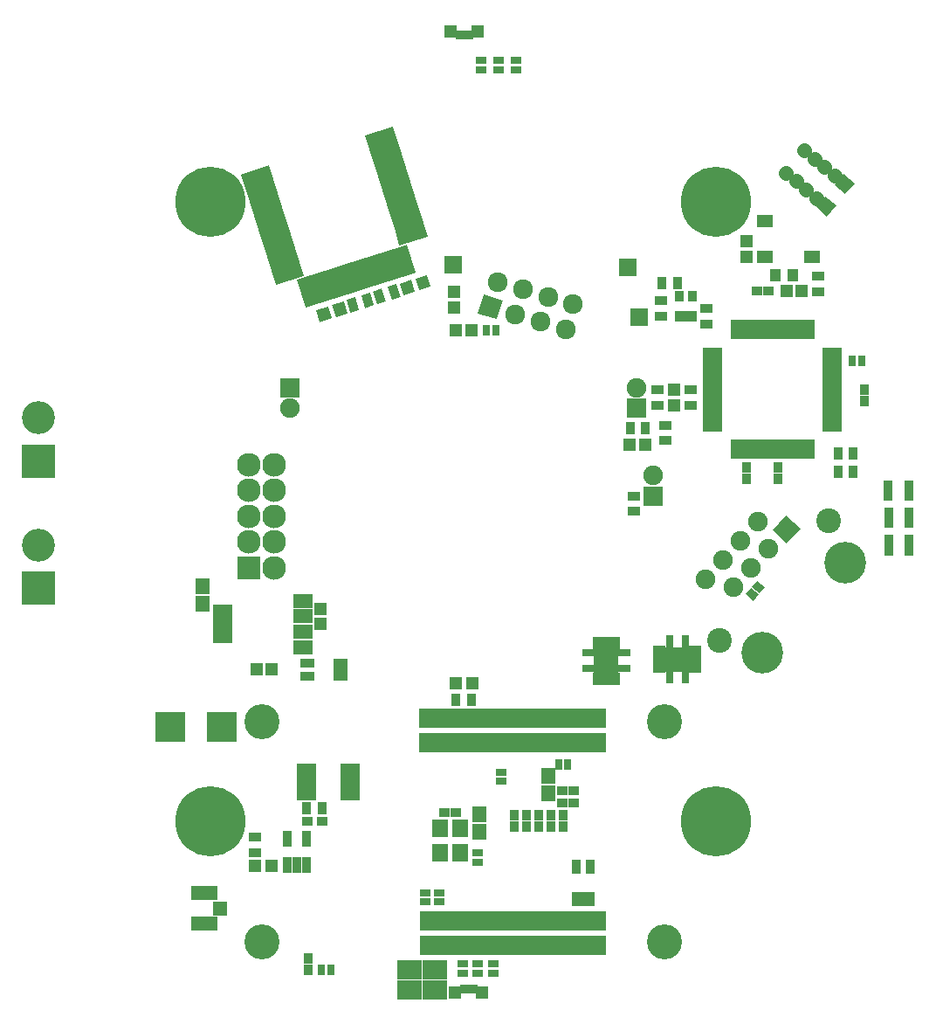
<source format=gbr>
G04 #@! TF.FileFunction,Soldermask,Top*
%FSLAX46Y46*%
G04 Gerber Fmt 4.6, Leading zero omitted, Abs format (unit mm)*
G04 Created by KiCad (PCBNEW 4.0.4-stable) date 02/27/17 15:23:41*
%MOMM*%
%LPD*%
G01*
G04 APERTURE LIST*
%ADD10C,0.100000*%
%ADD11R,0.950100X0.650380*%
%ADD12R,3.200000X3.200000*%
%ADD13C,3.200000*%
%ADD14R,1.300000X0.900000*%
%ADD15R,1.898600X0.679400*%
%ADD16R,0.679400X1.898600*%
%ADD17R,0.900000X1.300000*%
%ADD18R,0.900000X1.400000*%
%ADD19R,1.250000X0.680000*%
%ADD20R,0.680000X1.250000*%
%ADD21R,2.450000X2.450000*%
%ADD22R,1.600000X1.800000*%
%ADD23R,1.000000X0.800000*%
%ADD24R,1.000000X0.900000*%
%ADD25R,1.900000X1.900000*%
%ADD26C,1.900000*%
%ADD27R,2.300000X2.300000*%
%ADD28C,2.300000*%
%ADD29R,1.200000X1.150000*%
%ADD30R,1.150000X1.200000*%
%ADD31R,1.200000X1.200000*%
%ADD32R,1.000000X0.950000*%
%ADD33R,1.900000X3.600000*%
%ADD34C,6.800000*%
%ADD35R,1.900000X1.400000*%
%ADD36R,1.900000X3.700000*%
%ADD37R,0.948640X1.598880*%
%ADD38R,0.820000X1.000000*%
%ADD39R,1.000000X1.200000*%
%ADD40R,1.600000X1.300000*%
%ADD41R,1.398220X1.499820*%
%ADD42R,0.600000X1.840000*%
%ADD43R,1.400000X0.900000*%
%ADD44C,1.400000*%
%ADD45R,0.900000X1.000000*%
%ADD46R,0.800000X1.000000*%
%ADD47R,2.600000X1.450000*%
%ADD48R,1.450000X1.400000*%
%ADD49R,1.250000X1.300000*%
%ADD50R,0.850000X0.900000*%
%ADD51C,3.400000*%
%ADD52R,2.950000X2.900000*%
%ADD53C,4.050000*%
%ADD54C,2.400000*%
%ADD55R,1.750000X1.750000*%
%ADD56R,2.440000X1.940000*%
%ADD57C,1.924000*%
G04 APERTURE END LIST*
D10*
D11*
X189749240Y-104949760D03*
X191750760Y-105600000D03*
X189749240Y-106250240D03*
X189749240Y-105600000D03*
X191750760Y-106250240D03*
X191750760Y-104949760D03*
D10*
G36*
X142311164Y-79225734D02*
X141890176Y-77890530D01*
X144608270Y-77033518D01*
X145029258Y-78368722D01*
X142311164Y-79225734D01*
X142311164Y-79225734D01*
G37*
G36*
X133233879Y-85254349D02*
X132376867Y-82536255D01*
X133712071Y-82115267D01*
X134569083Y-84833361D01*
X133233879Y-85254349D01*
X133233879Y-85254349D01*
G37*
G36*
X127356951Y-73665194D02*
X126935963Y-72329990D01*
X129654057Y-71472978D01*
X130075045Y-72808182D01*
X127356951Y-73665194D01*
X127356951Y-73665194D01*
G37*
G36*
X127777939Y-75000398D02*
X127356951Y-73665194D01*
X130075045Y-72808182D01*
X130496033Y-74143386D01*
X127777939Y-75000398D01*
X127777939Y-75000398D01*
G37*
G36*
X128198927Y-76335601D02*
X127777939Y-75000397D01*
X130496033Y-74143385D01*
X130917021Y-75478589D01*
X128198927Y-76335601D01*
X128198927Y-76335601D01*
G37*
G36*
X128619915Y-77670805D02*
X128198927Y-76335601D01*
X130917021Y-75478589D01*
X131338009Y-76813793D01*
X128619915Y-77670805D01*
X128619915Y-77670805D01*
G37*
G36*
X129040903Y-79006009D02*
X128619915Y-77670805D01*
X131338009Y-76813793D01*
X131758997Y-78148997D01*
X129040903Y-79006009D01*
X129040903Y-79006009D01*
G37*
G36*
X129461891Y-80341212D02*
X129040903Y-79006008D01*
X131758997Y-78148996D01*
X132179985Y-79484200D01*
X129461891Y-80341212D01*
X129461891Y-80341212D01*
G37*
G36*
X129882879Y-81676416D02*
X129461891Y-80341212D01*
X132179985Y-79484200D01*
X132600973Y-80819404D01*
X129882879Y-81676416D01*
X129882879Y-81676416D01*
G37*
G36*
X130303867Y-83011620D02*
X129882879Y-81676416D01*
X132600973Y-80819404D01*
X133021961Y-82154608D01*
X130303867Y-83011620D01*
X130303867Y-83011620D01*
G37*
G36*
X134569083Y-84833361D02*
X133712071Y-82115267D01*
X135047275Y-81694279D01*
X135904287Y-84412373D01*
X134569083Y-84833361D01*
X134569083Y-84833361D01*
G37*
G36*
X135904287Y-84412373D02*
X135047275Y-81694279D01*
X136382479Y-81273291D01*
X137239491Y-83991385D01*
X135904287Y-84412373D01*
X135904287Y-84412373D01*
G37*
G36*
X137239491Y-83991384D02*
X136382479Y-81273290D01*
X137717683Y-80852302D01*
X138574695Y-83570396D01*
X137239491Y-83991384D01*
X137239491Y-83991384D01*
G37*
G36*
X138574694Y-83570396D02*
X137717682Y-80852302D01*
X139052886Y-80431314D01*
X139909898Y-83149408D01*
X138574694Y-83570396D01*
X138574694Y-83570396D01*
G37*
G36*
X139909898Y-83149408D02*
X139052886Y-80431314D01*
X140388090Y-80010326D01*
X141245102Y-82728420D01*
X139909898Y-83149408D01*
X139909898Y-83149408D01*
G37*
G36*
X141245102Y-82728420D02*
X140388090Y-80010326D01*
X141723294Y-79589338D01*
X142580306Y-82307432D01*
X141245102Y-82728420D01*
X141245102Y-82728420D01*
G37*
G36*
X142580306Y-82307432D02*
X141723294Y-79589338D01*
X143058498Y-79168350D01*
X143915510Y-81886444D01*
X142580306Y-82307432D01*
X142580306Y-82307432D01*
G37*
G36*
X141890176Y-77890530D02*
X141469188Y-76555326D01*
X144187282Y-75698314D01*
X144608270Y-77033518D01*
X141890176Y-77890530D01*
X141890176Y-77890530D01*
G37*
G36*
X141469188Y-76555326D02*
X141048200Y-75220122D01*
X143766294Y-74363110D01*
X144187282Y-75698314D01*
X141469188Y-76555326D01*
X141469188Y-76555326D01*
G37*
G36*
X141048200Y-75220123D02*
X140627212Y-73884919D01*
X143345306Y-73027907D01*
X143766294Y-74363111D01*
X141048200Y-75220123D01*
X141048200Y-75220123D01*
G37*
G36*
X140627211Y-73884919D02*
X140206223Y-72549715D01*
X142924317Y-71692703D01*
X143345305Y-73027907D01*
X140627211Y-73884919D01*
X140627211Y-73884919D01*
G37*
G36*
X140206223Y-72549715D02*
X139785235Y-71214511D01*
X142503329Y-70357499D01*
X142924317Y-71692703D01*
X140206223Y-72549715D01*
X140206223Y-72549715D01*
G37*
G36*
X139785235Y-71214512D02*
X139364247Y-69879308D01*
X142082341Y-69022296D01*
X142503329Y-70357500D01*
X139785235Y-71214512D01*
X139785235Y-71214512D01*
G37*
G36*
X139364247Y-69879308D02*
X138943259Y-68544104D01*
X141661353Y-67687092D01*
X142082341Y-69022296D01*
X139364247Y-69879308D01*
X139364247Y-69879308D01*
G37*
G36*
X137549710Y-85741434D02*
X137158793Y-84501602D01*
X138017138Y-84230966D01*
X138408055Y-85470798D01*
X137549710Y-85741434D01*
X137549710Y-85741434D01*
G37*
G36*
X138980286Y-85290376D02*
X138589369Y-84050544D01*
X139447714Y-83779908D01*
X139838631Y-85019740D01*
X138980286Y-85290376D01*
X138980286Y-85290376D01*
G37*
D12*
X107340400Y-100110400D03*
D13*
X107340400Y-95910400D03*
D14*
X182925000Y-83700000D03*
X182925000Y-82200000D03*
D15*
X172702220Y-89433400D03*
X172702220Y-89933780D03*
X172702220Y-90434160D03*
X172702220Y-90934540D03*
X172702220Y-91434920D03*
X172702220Y-91932760D03*
X172702220Y-92433140D03*
X172702220Y-92933520D03*
X172702220Y-93431360D03*
X172702220Y-93931740D03*
X172702220Y-94432120D03*
X172702220Y-94929960D03*
X172702220Y-95430340D03*
X172702220Y-95930720D03*
X172702220Y-96431100D03*
X172702220Y-96931480D03*
D16*
X174752000Y-98981260D03*
X175252380Y-98981260D03*
X175752760Y-98981260D03*
X176253140Y-98981260D03*
X176753520Y-98981260D03*
X177251360Y-98981260D03*
X177751740Y-98981260D03*
X178252120Y-98981260D03*
X178749960Y-98981260D03*
X179250340Y-98981260D03*
X179750720Y-98981260D03*
X180248560Y-98981260D03*
X180748940Y-98981260D03*
X181249320Y-98981260D03*
X181749700Y-98981260D03*
X182250080Y-98981260D03*
D15*
X184299860Y-96931480D03*
X184299860Y-96431100D03*
X184299860Y-95930720D03*
X184299860Y-95430340D03*
X184299860Y-94929960D03*
X184299860Y-94432120D03*
X184299860Y-93931740D03*
X184299860Y-93431360D03*
X184299860Y-92933520D03*
X184299860Y-92433140D03*
X184299860Y-91932760D03*
X184299860Y-91434920D03*
X184299860Y-90934540D03*
X184299860Y-90434160D03*
X184299860Y-89933780D03*
X184299860Y-89433400D03*
D16*
X182250080Y-87383620D03*
X181749700Y-87383620D03*
X181249320Y-87383620D03*
X180748940Y-87383620D03*
X180248560Y-87383620D03*
X179750720Y-87383620D03*
X179250340Y-87383620D03*
X178749960Y-87383620D03*
X178252120Y-87383620D03*
X177751740Y-87383620D03*
X177251360Y-87383620D03*
X176753520Y-87383620D03*
X176253140Y-87383620D03*
X175752760Y-87383620D03*
X175252380Y-87383620D03*
X174752000Y-87383620D03*
D17*
X167775000Y-82850000D03*
X169275000Y-82850000D03*
D18*
X159475000Y-142600000D03*
X160125000Y-142600000D03*
X160775000Y-142600000D03*
X159475000Y-139400000D03*
X160775000Y-139400000D03*
D19*
X164099200Y-118709600D03*
D20*
X163374200Y-117734600D03*
X162874200Y-117734600D03*
X162374200Y-117734600D03*
X161874200Y-117734600D03*
X161374200Y-117734600D03*
D19*
X160649200Y-118709600D03*
X160649200Y-120209600D03*
X164099200Y-120209600D03*
D20*
X161374200Y-121184600D03*
X161874200Y-121184600D03*
X162374200Y-121184600D03*
X162874200Y-121184600D03*
X163374200Y-121184600D03*
D21*
X162374200Y-119459600D03*
D22*
X146275000Y-135700000D03*
X146275000Y-138100000D03*
X148175000Y-138100000D03*
X148175000Y-135700000D03*
D23*
X149925000Y-138100000D03*
X149925000Y-139000000D03*
D24*
X147800000Y-134150000D03*
X146700000Y-134150000D03*
D23*
X153592600Y-62190900D03*
X153592600Y-61290900D03*
D25*
X166900000Y-103500000D03*
D26*
X166900000Y-101500000D03*
D27*
X127675000Y-110457000D03*
D28*
X127675000Y-107957000D03*
X127675000Y-105457000D03*
X127675000Y-102957000D03*
X127675000Y-100457000D03*
X130175000Y-110457000D03*
X130175000Y-107957000D03*
X130175000Y-105457000D03*
X130175000Y-102957000D03*
X130175000Y-100457000D03*
D29*
X129934400Y-120294400D03*
X128434400Y-120294400D03*
X166142800Y-98552000D03*
X164642800Y-98552000D03*
D30*
X168921000Y-93233400D03*
X168921000Y-94733400D03*
X134670800Y-115925600D03*
X134670800Y-114425600D03*
D31*
X129926080Y-139308840D03*
X128326080Y-139308840D03*
D32*
X133407960Y-135021320D03*
X134807960Y-135021320D03*
D33*
X137495280Y-131201160D03*
X133295280Y-131201160D03*
D34*
X173001100Y-135003600D03*
X124001100Y-135003600D03*
X124001100Y-75003600D03*
X173001100Y-75003600D03*
D14*
X128320800Y-136531920D03*
X128320800Y-138031920D03*
X168097200Y-98145600D03*
X168097200Y-96645600D03*
D17*
X166166800Y-96926400D03*
X164666800Y-96926400D03*
D14*
X170550000Y-93225000D03*
X170550000Y-94725000D03*
X167295400Y-93221400D03*
X167295400Y-94721400D03*
D17*
X134819520Y-133751320D03*
X133319520Y-133751320D03*
D14*
X172100000Y-85325000D03*
X172100000Y-86825000D03*
X167675000Y-86050000D03*
X167675000Y-84550000D03*
X165049200Y-103491600D03*
X165049200Y-104991600D03*
D35*
X132975000Y-118150000D03*
X132975000Y-116650000D03*
X132975000Y-115150000D03*
X132975000Y-113650000D03*
D36*
X125175000Y-115900000D03*
D37*
X131429760Y-139273280D03*
X132379720Y-139273280D03*
X133329680Y-139273280D03*
X133329680Y-136677400D03*
X131429760Y-136677400D03*
D38*
X169425000Y-86075000D03*
X170725000Y-86075000D03*
X169425000Y-84175000D03*
X170075000Y-86075000D03*
X170725000Y-84175000D03*
D39*
X180492400Y-82135980D03*
X178792400Y-82135980D03*
D11*
X191714360Y-103621040D03*
X189712840Y-102970800D03*
X191714360Y-102320560D03*
X191714360Y-102970800D03*
X189712840Y-102320560D03*
X189712840Y-103621040D03*
D30*
X176006760Y-80343440D03*
X176006760Y-78843440D03*
X147625000Y-83750000D03*
X147625000Y-85250000D03*
D29*
X179825000Y-83667600D03*
X181325000Y-83667600D03*
D10*
G36*
X142684445Y-84063184D02*
X142323598Y-82918723D01*
X143468059Y-82557876D01*
X143828906Y-83702337D01*
X142684445Y-84063184D01*
X142684445Y-84063184D01*
G37*
G36*
X144210393Y-83582054D02*
X143849546Y-82437593D01*
X144994007Y-82076746D01*
X145354854Y-83221207D01*
X144210393Y-83582054D01*
X144210393Y-83582054D01*
G37*
G36*
X136916807Y-84655581D02*
X137277654Y-85800042D01*
X136133193Y-86160889D01*
X135772346Y-85016428D01*
X136916807Y-84655581D01*
X136916807Y-84655581D01*
G37*
G36*
X135390859Y-85136711D02*
X135751706Y-86281172D01*
X134607245Y-86642019D01*
X134246398Y-85497558D01*
X135390859Y-85136711D01*
X135390859Y-85136711D01*
G37*
D40*
X177754280Y-80355440D03*
X182354280Y-80355440D03*
X177754280Y-76855440D03*
D10*
G36*
X142041914Y-82963166D02*
X142432831Y-84202998D01*
X141574486Y-84473634D01*
X141183569Y-83233802D01*
X142041914Y-82963166D01*
X142041914Y-82963166D01*
G37*
G36*
X140611338Y-83414224D02*
X141002255Y-84654056D01*
X140143910Y-84924692D01*
X139752993Y-83684860D01*
X140611338Y-83414224D01*
X140611338Y-83414224D01*
G37*
D17*
X186334400Y-99415600D03*
X184834400Y-99415600D03*
X186322400Y-101142800D03*
X184822400Y-101142800D03*
D41*
X156748400Y-132310360D03*
X156748400Y-130613640D03*
X150075000Y-134328280D03*
X150075000Y-136025000D03*
D10*
G36*
X176962893Y-111701148D02*
X177728937Y-112343936D01*
X177214707Y-112956772D01*
X176448663Y-112313984D01*
X176962893Y-111701148D01*
X176962893Y-111701148D01*
G37*
G36*
X176384385Y-112390588D02*
X177150429Y-113033376D01*
X176636199Y-113646212D01*
X175870155Y-113003424D01*
X176384385Y-112390588D01*
X176384385Y-112390588D01*
G37*
D31*
X147739200Y-87477600D03*
X149339200Y-87477600D03*
D20*
X168515600Y-117604200D03*
D19*
X167540600Y-118329200D03*
X167540600Y-118829200D03*
X167540600Y-119329200D03*
X167540600Y-119829200D03*
X167540600Y-120329200D03*
D20*
X168515600Y-121054200D03*
X170015600Y-121054200D03*
X170015600Y-117604200D03*
D19*
X170990600Y-120329200D03*
X170990600Y-119829200D03*
X170990600Y-119329200D03*
X170990600Y-118829200D03*
X170990600Y-118329200D03*
D21*
X169265600Y-119329200D03*
D11*
X191750760Y-108925240D03*
X189749240Y-108275000D03*
X191750760Y-107624760D03*
X191750760Y-108275000D03*
X189749240Y-107624760D03*
X189749240Y-108925240D03*
D25*
X131700000Y-93000000D03*
D26*
X131700000Y-95000000D03*
D31*
X147775000Y-121675000D03*
X149375000Y-121675000D03*
D17*
X149300000Y-123225000D03*
X147800000Y-123225000D03*
D42*
X162119200Y-147015200D03*
X162119200Y-144675200D03*
X161719200Y-147015200D03*
X161719200Y-144675200D03*
X161319200Y-147015200D03*
X161319200Y-144675200D03*
X160919200Y-147015200D03*
X160919200Y-144675200D03*
X160519200Y-147015200D03*
X160519200Y-144675200D03*
X160119200Y-147015200D03*
X160119200Y-144675200D03*
X159719200Y-147015200D03*
X159719200Y-144675200D03*
X159319200Y-147015200D03*
X159319200Y-144675200D03*
X158919200Y-147015200D03*
X158919200Y-144675200D03*
X158519200Y-147015200D03*
X158519200Y-144675200D03*
X158119200Y-147015200D03*
X158119200Y-144675200D03*
X157719200Y-147015200D03*
X157719200Y-144675200D03*
X157319200Y-147015200D03*
X157319200Y-144675200D03*
X156919200Y-147015200D03*
X156919200Y-144675200D03*
X156519200Y-147015200D03*
X156519200Y-144675200D03*
X156119200Y-147015200D03*
X156119200Y-144675200D03*
X155719200Y-147015200D03*
X155719200Y-144675200D03*
X155319200Y-147015200D03*
X155319200Y-144675200D03*
X154919200Y-147015200D03*
X154919200Y-144675200D03*
X154519200Y-147015200D03*
X154519200Y-144675200D03*
X154119200Y-147015200D03*
X154119200Y-144675200D03*
X153719200Y-147015200D03*
X153719200Y-144675200D03*
X153319200Y-147015200D03*
X153319200Y-144675200D03*
X152919200Y-147015200D03*
X152919200Y-144675200D03*
X152519200Y-147015200D03*
X152519200Y-144675200D03*
X152119200Y-147015200D03*
X152119200Y-144675200D03*
X151719200Y-147015200D03*
X151719200Y-144675200D03*
X151319200Y-147015200D03*
X151319200Y-144675200D03*
X150919200Y-147015200D03*
X150919200Y-144675200D03*
X150519200Y-147015200D03*
X150519200Y-144675200D03*
X150119200Y-147015200D03*
X150119200Y-144675200D03*
X149719200Y-147015200D03*
X149719200Y-144675200D03*
X149319200Y-147015200D03*
X149319200Y-144675200D03*
X148919200Y-147015200D03*
X148919200Y-144675200D03*
X148519200Y-147015200D03*
X148519200Y-144675200D03*
X148119200Y-147015200D03*
X148119200Y-144675200D03*
X147719200Y-147015200D03*
X147719200Y-144675200D03*
X147319200Y-147015200D03*
X147319200Y-144675200D03*
X146919200Y-147015200D03*
X146919200Y-144675200D03*
X146519200Y-147015200D03*
X146519200Y-144675200D03*
X146119200Y-147015200D03*
X146119200Y-144675200D03*
X145719200Y-147015200D03*
X145719200Y-144675200D03*
X145319200Y-147015200D03*
X145319200Y-144675200D03*
X144919200Y-147015200D03*
X144919200Y-144675200D03*
X144519200Y-147015200D03*
X144519200Y-144675200D03*
D43*
X136621520Y-120985040D03*
X136621520Y-120335040D03*
X136621520Y-119685040D03*
X133421520Y-120985040D03*
X133421520Y-119685040D03*
D25*
X165300000Y-95000000D03*
D26*
X165300000Y-93000000D03*
D10*
G36*
X183771629Y-76422103D02*
X182699167Y-75522201D01*
X183599069Y-74449739D01*
X184671531Y-75349641D01*
X183771629Y-76422103D01*
X183771629Y-76422103D01*
G37*
D44*
X182712473Y-74619581D02*
X182712473Y-74619581D01*
X181739596Y-73803240D02*
X181739596Y-73803240D01*
X180766720Y-72986900D02*
X180766720Y-72986900D01*
X179793843Y-72170560D02*
X179793843Y-72170560D01*
D10*
G36*
X185562160Y-74267722D02*
X184489698Y-73367820D01*
X185389600Y-72295358D01*
X186462062Y-73195260D01*
X185562160Y-74267722D01*
X185562160Y-74267722D01*
G37*
D44*
X184503004Y-72465200D02*
X184503004Y-72465200D01*
X183530127Y-71648859D02*
X183530127Y-71648859D01*
X182557251Y-70832519D02*
X182557251Y-70832519D01*
X181584374Y-70016179D02*
X181584374Y-70016179D01*
D45*
X133502400Y-149402800D03*
X133502400Y-148302800D03*
D46*
X134728800Y-149402800D03*
X135628800Y-149402800D03*
D47*
X123400000Y-144950000D03*
X123400000Y-142000000D03*
D48*
X124925000Y-143475000D03*
D49*
X150350000Y-151600000D03*
X147700000Y-151600000D03*
D50*
X149450000Y-151250000D03*
X148600000Y-151250000D03*
D49*
X147275000Y-58450000D03*
X149925000Y-58450000D03*
D50*
X148175000Y-58800000D03*
X149025000Y-58800000D03*
D42*
X144512142Y-125040000D03*
X144512142Y-127380000D03*
X144912142Y-125040000D03*
X144912142Y-127380000D03*
X145312142Y-125040000D03*
X145312142Y-127380000D03*
X145712142Y-125040000D03*
X145712142Y-127380000D03*
X146112142Y-125040000D03*
X146112142Y-127380000D03*
X146512142Y-125040000D03*
X146512142Y-127380000D03*
X146912142Y-125040000D03*
X146912142Y-127380000D03*
X147312142Y-125040000D03*
X147312142Y-127380000D03*
X147712142Y-125040000D03*
X147712142Y-127380000D03*
X148112142Y-125040000D03*
X148112142Y-127380000D03*
X148512142Y-125040000D03*
X148512142Y-127380000D03*
X148912142Y-125040000D03*
X148912142Y-127380000D03*
X149312142Y-125040000D03*
X149312142Y-127380000D03*
X149712142Y-125040000D03*
X149712142Y-127380000D03*
X150112142Y-125040000D03*
X150112142Y-127380000D03*
X150512142Y-125040000D03*
X150512142Y-127380000D03*
X150912142Y-125040000D03*
X150912142Y-127380000D03*
X151312142Y-125040000D03*
X151312142Y-127380000D03*
X151712142Y-125040000D03*
X151712142Y-127380000D03*
X152112142Y-125040000D03*
X152112142Y-127380000D03*
X152512142Y-125040000D03*
X152512142Y-127380000D03*
X152912142Y-125040000D03*
X152912142Y-127380000D03*
X153312142Y-125040000D03*
X153312142Y-127380000D03*
X153712142Y-125040000D03*
X153712142Y-127380000D03*
X154112142Y-125040000D03*
X154112142Y-127380000D03*
X154512142Y-125040000D03*
X154512142Y-127380000D03*
X154912142Y-125040000D03*
X154912142Y-127380000D03*
X155312142Y-125040000D03*
X155312142Y-127380000D03*
X155712142Y-125040000D03*
X155712142Y-127380000D03*
X156112142Y-125040000D03*
X156112142Y-127380000D03*
X156512142Y-125040000D03*
X156512142Y-127380000D03*
X156912142Y-125040000D03*
X156912142Y-127380000D03*
X157312142Y-125040000D03*
X157312142Y-127380000D03*
X157712142Y-125040000D03*
X157712142Y-127380000D03*
X158112142Y-125040000D03*
X158112142Y-127380000D03*
X158512142Y-125040000D03*
X158512142Y-127380000D03*
X158912142Y-125040000D03*
X158912142Y-127380000D03*
X159312142Y-125040000D03*
X159312142Y-127380000D03*
X159712142Y-125040000D03*
X159712142Y-127380000D03*
X160112142Y-125040000D03*
X160112142Y-127380000D03*
X160512142Y-125040000D03*
X160512142Y-127380000D03*
X160912142Y-125040000D03*
X160912142Y-127380000D03*
X161312142Y-125040000D03*
X161312142Y-127380000D03*
X161712142Y-125040000D03*
X161712142Y-127380000D03*
X162112142Y-125040000D03*
X162112142Y-127380000D03*
D51*
X168021000Y-125343000D03*
X168021000Y-146703000D03*
X129001000Y-146703000D03*
X129001000Y-125343000D03*
D52*
X125125000Y-125875000D03*
X120075000Y-125875000D03*
D23*
X151425000Y-148825000D03*
X151425000Y-149725000D03*
X148425000Y-148825000D03*
X148425000Y-149725000D03*
X149925000Y-148825000D03*
X149925000Y-149725000D03*
X150217600Y-62215900D03*
X150217600Y-61315900D03*
X151892600Y-62215900D03*
X151892600Y-61315900D03*
D46*
X151674400Y-87477600D03*
X150774400Y-87477600D03*
D45*
X179019200Y-100694400D03*
X179019200Y-101794400D03*
X187416440Y-93207660D03*
X187416440Y-94307660D03*
D24*
X176999720Y-83619340D03*
X178099720Y-83619340D03*
D45*
X175982540Y-100745200D03*
X175982540Y-101845200D03*
D23*
X146151964Y-142852200D03*
X146151964Y-141952200D03*
X144781564Y-141950000D03*
X144781564Y-142850000D03*
X152175000Y-131150000D03*
X152175000Y-130250000D03*
D12*
X107340400Y-112454800D03*
D13*
X107340400Y-108254800D03*
D41*
X123225000Y-113946720D03*
X123225000Y-112250000D03*
D46*
X187125000Y-90424000D03*
X186225000Y-90424000D03*
X158634000Y-129540000D03*
X157734000Y-129540000D03*
D24*
X158123400Y-133237000D03*
X159223400Y-133237000D03*
D45*
X157023400Y-134437000D03*
X157023400Y-135537000D03*
D24*
X158123400Y-132087000D03*
X159223400Y-132087000D03*
D45*
X158198400Y-134437000D03*
X158198400Y-135537000D03*
X154598400Y-134437000D03*
X154598400Y-135537000D03*
X153423400Y-134437000D03*
X153423400Y-135537000D03*
X155848400Y-134437000D03*
X155848400Y-135537000D03*
D53*
X177504083Y-118687568D03*
X185523338Y-109936086D03*
D10*
G36*
X179776395Y-105402407D02*
X181177222Y-106686028D01*
X179893601Y-108086855D01*
X178492774Y-106803234D01*
X179776395Y-105402407D01*
X179776395Y-105402407D01*
G37*
D26*
X177104314Y-105964974D03*
X178118999Y-108617315D03*
X175388315Y-107837659D03*
X176403000Y-110490000D03*
X173672316Y-109710343D03*
X174687001Y-112362684D03*
X171956317Y-111583027D03*
D54*
X173322051Y-117493526D03*
X183962597Y-105881408D03*
D55*
X164425000Y-81325000D03*
X165525000Y-86175000D03*
X147500000Y-81125000D03*
D56*
X143305200Y-149402800D03*
X143305200Y-151332800D03*
X145745200Y-151332800D03*
X145745200Y-149402800D03*
D10*
G36*
X151771961Y-86374010D02*
X149927192Y-85827565D01*
X150473637Y-83982796D01*
X152318406Y-84529241D01*
X151771961Y-86374010D01*
X151771961Y-86374010D01*
G37*
D57*
X151844198Y-82743001D03*
X153558201Y-85899802D03*
X154279600Y-83464400D03*
X155993603Y-86621201D03*
X156715002Y-84185799D03*
X158429005Y-87342600D03*
X159150404Y-84907198D03*
M02*

</source>
